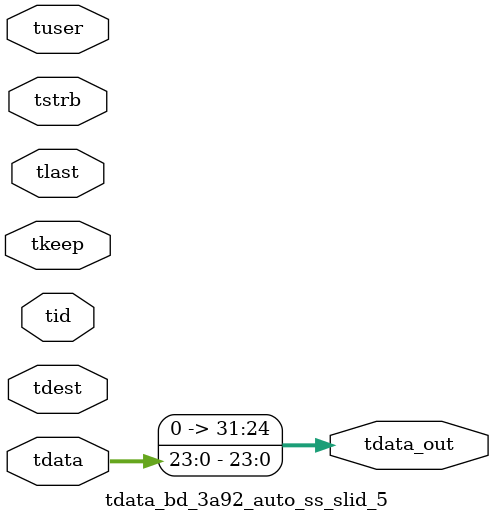
<source format=v>


`timescale 1ps/1ps

module tdata_bd_3a92_auto_ss_slid_5 #
(
parameter C_S_AXIS_TDATA_WIDTH = 32,
parameter C_S_AXIS_TUSER_WIDTH = 0,
parameter C_S_AXIS_TID_WIDTH   = 0,
parameter C_S_AXIS_TDEST_WIDTH = 0,
parameter C_M_AXIS_TDATA_WIDTH = 32
)
(
input  [(C_S_AXIS_TDATA_WIDTH == 0 ? 1 : C_S_AXIS_TDATA_WIDTH)-1:0     ] tdata,
input  [(C_S_AXIS_TUSER_WIDTH == 0 ? 1 : C_S_AXIS_TUSER_WIDTH)-1:0     ] tuser,
input  [(C_S_AXIS_TID_WIDTH   == 0 ? 1 : C_S_AXIS_TID_WIDTH)-1:0       ] tid,
input  [(C_S_AXIS_TDEST_WIDTH == 0 ? 1 : C_S_AXIS_TDEST_WIDTH)-1:0     ] tdest,
input  [(C_S_AXIS_TDATA_WIDTH/8)-1:0 ] tkeep,
input  [(C_S_AXIS_TDATA_WIDTH/8)-1:0 ] tstrb,
input                                                                    tlast,
output [C_M_AXIS_TDATA_WIDTH-1:0] tdata_out
);

assign tdata_out = {tdata[23:0]};

endmodule


</source>
